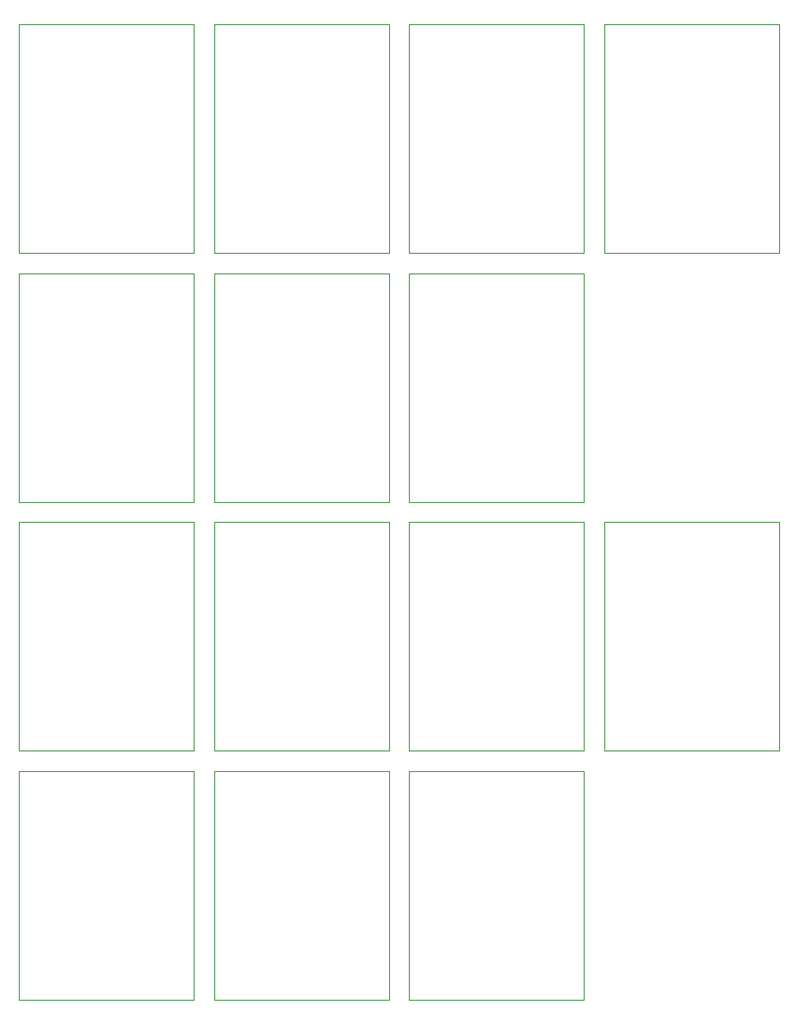
<source format=gbp>
G75*
G70*
%OFA0B0*%
%FSLAX25Y25*%
%IPPOS*%
%LPD*%
%AMOC8*
5,1,8,0,0,1.08239X$1,22.5*
%
%ADD17C,0.00000*%
X0010000Y0010000D02*
G75*
%LPD*%
D17*
X0010000Y0010000D02*
X0010000Y0095000D01*
X0075000Y0095000D01*
X0075000Y0010000D01*
X0010000Y0010000D01*
X0082500Y0010000D02*
G75*
%LPD*%
D17*
X0082500Y0010000D02*
X0082500Y0095000D01*
X0147500Y0095000D01*
X0147500Y0010000D01*
X0082500Y0010000D01*
X0155000Y0010000D02*
G75*
%LPD*%
D17*
X0155000Y0010000D02*
X0155000Y0095000D01*
X0220000Y0095000D01*
X0220000Y0010000D01*
X0155000Y0010000D01*
X0010000Y0102500D02*
G75*
%LPD*%
D17*
X0010000Y0102500D02*
X0010000Y0187500D01*
X0075000Y0187500D01*
X0075000Y0102500D01*
X0010000Y0102500D01*
X0082500Y0102500D02*
G75*
%LPD*%
D17*
X0082500Y0102500D02*
X0082500Y0187500D01*
X0147500Y0187500D01*
X0147500Y0102500D01*
X0082500Y0102500D01*
X0155000Y0102500D02*
G75*
%LPD*%
D17*
X0155000Y0102500D02*
X0155000Y0187500D01*
X0220000Y0187500D01*
X0220000Y0102500D01*
X0155000Y0102500D01*
X0227500Y0102500D02*
G75*
%LPD*%
D17*
X0227500Y0102500D02*
X0227500Y0187500D01*
X0292500Y0187500D01*
X0292500Y0102500D01*
X0227500Y0102500D01*
X0010000Y0195000D02*
G75*
%LPD*%
D17*
X0010000Y0195000D02*
X0010000Y0280000D01*
X0075000Y0280000D01*
X0075000Y0195000D01*
X0010000Y0195000D01*
X0082500Y0195000D02*
G75*
%LPD*%
D17*
X0082500Y0195000D02*
X0082500Y0280000D01*
X0147500Y0280000D01*
X0147500Y0195000D01*
X0082500Y0195000D01*
X0155000Y0195000D02*
G75*
%LPD*%
D17*
X0155000Y0195000D02*
X0155000Y0280000D01*
X0220000Y0280000D01*
X0220000Y0195000D01*
X0155000Y0195000D01*
X0010000Y0287500D02*
G75*
%LPD*%
D17*
X0010000Y0287500D02*
X0010000Y0372500D01*
X0075000Y0372500D01*
X0075000Y0287500D01*
X0010000Y0287500D01*
X0082500Y0287500D02*
G75*
%LPD*%
D17*
X0082500Y0287500D02*
X0082500Y0372500D01*
X0147500Y0372500D01*
X0147500Y0287500D01*
X0082500Y0287500D01*
X0155000Y0287500D02*
G75*
%LPD*%
D17*
X0155000Y0287500D02*
X0155000Y0372500D01*
X0220000Y0372500D01*
X0220000Y0287500D01*
X0155000Y0287500D01*
X0227500Y0287500D02*
G75*
%LPD*%
D17*
X0227500Y0287500D02*
X0227500Y0372500D01*
X0292500Y0372500D01*
X0292500Y0287500D01*
X0227500Y0287500D01*
M02*

</source>
